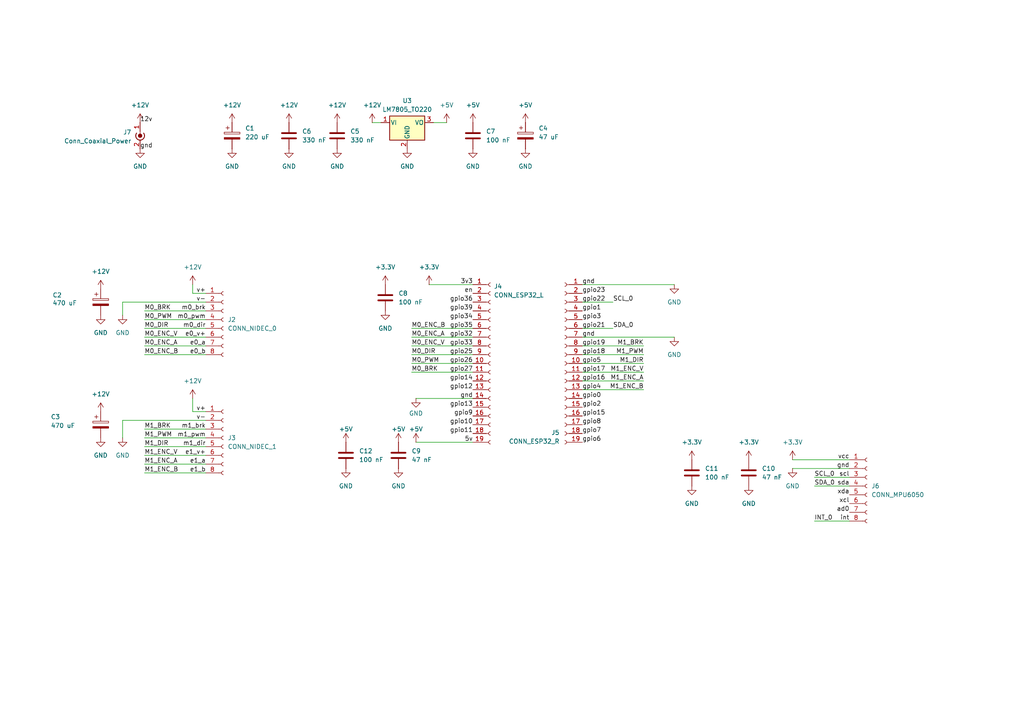
<source format=kicad_sch>
(kicad_sch (version 20250114) (generator "eeschema") (generator_version "9.0")
  (paper "A4")
  (lib_symbols
    (symbol "Connector:Conn_01x08_Socket" (pin_names (offset 1.016) (hide yes))
      (property "Reference" "J" (at 0 10.16 0))
      (property "Value" "Conn_01x08_Socket" (at 0 -12.7 0))
      (symbol "Conn_01x08_Socket_1_1"
        (polyline (pts (xy -1.27 7.62) (xy -0.508 7.62)) (stroke (width 0.1524)))
        (polyline (pts (xy -1.27 5.08) (xy -0.508 5.08)) (stroke (width 0.1524)))
        (polyline (pts (xy -1.27 2.54) (xy -0.508 2.54)) (stroke (width 0.1524)))
        (polyline (pts (xy -1.27 0) (xy -0.508 0)) (stroke (width 0.1524)))
        (polyline (pts (xy -1.27 -2.54) (xy -0.508 -2.54)) (stroke (width 0.1524)))
        (polyline (pts (xy -1.27 -5.08) (xy -0.508 -5.08)) (stroke (width 0.1524)))
        (polyline (pts (xy -1.27 -7.62) (xy -0.508 -7.62)) (stroke (width 0.1524)))
        (polyline (pts (xy -1.27 -10.16) (xy -0.508 -10.16)) (stroke (width 0.1524)))
        (arc (start 0 7.112) (mid -0.5058 7.62) (end 0 8.128) (stroke (width 0.1524)))
        (arc (start 0 4.572) (mid -0.5058 5.08) (end 0 5.588) (stroke (width 0.1524)))
        (arc (start 0 2.032) (mid -0.5058 2.54) (end 0 3.048) (stroke (width 0.1524)))
        (arc (start 0 -0.508) (mid -0.5058 0) (end 0 0.508) (stroke (width 0.1524)))
        (arc (start 0 -3.048) (mid -0.5058 -2.54) (end 0 -2.032) (stroke (width 0.1524)))
        (arc (start 0 -5.588) (mid -0.5058 -5.08) (end 0 -4.572) (stroke (width 0.1524)))
        (arc (start 0 -8.128) (mid -0.5058 -7.62) (end 0 -7.112) (stroke (width 0.1524)))
        (arc (start 0 -10.668) (mid -0.5058 -10.16) (end 0 -9.652) (stroke (width 0.1524)))
        (pin passive line (at -5.08 7.62 0) (length 3.81) (name "Pin_1") (number "1"))
        (pin passive line (at -5.08 5.08 0) (length 3.81) (name "Pin_2") (number "2"))
        (pin passive line (at -5.08 2.54 0) (length 3.81) (name "Pin_3") (number "3"))
        (pin passive line (at -5.08 0 0) (length 3.81) (name "Pin_4") (number "4"))
        (pin passive line (at -5.08 -2.54 0) (length 3.81) (name "Pin_5") (number "5"))
        (pin passive line (at -5.08 -5.08 0) (length 3.81) (name "Pin_6") (number "6"))
        (pin passive line (at -5.08 -7.62 0) (length 3.81) (name "Pin_7") (number "7"))
        (pin passive line (at -5.08 -10.16 0) (length 3.81) (name "Pin_8") (number "8"))
      )
    )
    (symbol "Connector:Conn_01x19_Socket" (pin_names (offset 1.016) (hide yes))
      (property "Reference" "J" (at 0 25.4 0))
      (property "Value" "Conn_01x19_Socket" (at 0 -25.4 0))
      (symbol "Conn_01x19_Socket_1_1"
        (polyline (pts (xy -1.27 22.86) (xy -0.508 22.86)) (stroke (width 0.1524)))
        (polyline (pts (xy -1.27 20.32) (xy -0.508 20.32)) (stroke (width 0.1524)))
        (polyline (pts (xy -1.27 17.78) (xy -0.508 17.78)) (stroke (width 0.1524)))
        (polyline (pts (xy -1.27 15.24) (xy -0.508 15.24)) (stroke (width 0.1524)))
        (polyline (pts (xy -1.27 12.7) (xy -0.508 12.7)) (stroke (width 0.1524)))
        (polyline (pts (xy -1.27 10.16) (xy -0.508 10.16)) (stroke (width 0.1524)))
        (polyline (pts (xy -1.27 7.62) (xy -0.508 7.62)) (stroke (width 0.1524)))
        (polyline (pts (xy -1.27 5.08) (xy -0.508 5.08)) (stroke (width 0.1524)))
        (polyline (pts (xy -1.27 2.54) (xy -0.508 2.54)) (stroke (width 0.1524)))
        (polyline (pts (xy -1.27 0) (xy -0.508 0)) (stroke (width 0.1524)))
        (polyline (pts (xy -1.27 -2.54) (xy -0.508 -2.54)) (stroke (width 0.1524)))
        (polyline (pts (xy -1.27 -5.08) (xy -0.508 -5.08)) (stroke (width 0.1524)))
        (polyline (pts (xy -1.27 -7.62) (xy -0.508 -7.62)) (stroke (width 0.1524)))
        (polyline (pts (xy -1.27 -10.16) (xy -0.508 -10.16)) (stroke (width 0.1524)))
        (polyline (pts (xy -1.27 -12.7) (xy -0.508 -12.7)) (stroke (width 0.1524)))
        (polyline (pts (xy -1.27 -15.24) (xy -0.508 -15.24)) (stroke (width 0.1524)))
        (polyline (pts (xy -1.27 -17.78) (xy -0.508 -17.78)) (stroke (width 0.1524)))
        (polyline (pts (xy -1.27 -20.32) (xy -0.508 -20.32)) (stroke (width 0.1524)))
        (polyline (pts (xy -1.27 -22.86) (xy -0.508 -22.86)) (stroke (width 0.1524)))
        (arc (start 0 22.352) (mid -0.5058 22.86) (end 0 23.368) (stroke (width 0.1524)))
        (arc (start 0 19.812) (mid -0.5058 20.32) (end 0 20.828) (stroke (width 0.1524)))
        (arc (start 0 17.272) (mid -0.5058 17.78) (end 0 18.288) (stroke (width 0.1524)))
        (arc (start 0 14.732) (mid -0.5058 15.24) (end 0 15.748) (stroke (width 0.1524)))
        (arc (start 0 12.192) (mid -0.5058 12.7) (end 0 13.208) (stroke (width 0.1524)))
        (arc (start 0 9.652) (mid -0.5058 10.16) (end 0 10.668) (stroke (width 0.1524)))
        (arc (start 0 7.112) (mid -0.5058 7.62) (end 0 8.128) (stroke (width 0.1524)))
        (arc (start 0 4.572) (mid -0.5058 5.08) (end 0 5.588) (stroke (width 0.1524)))
        (arc (start 0 2.032) (mid -0.5058 2.54) (end 0 3.048) (stroke (width 0.1524)))
        (arc (start 0 -0.508) (mid -0.5058 0) (end 0 0.508) (stroke (width 0.1524)))
        (arc (start 0 -3.048) (mid -0.5058 -2.54) (end 0 -2.032) (stroke (width 0.1524)))
        (arc (start 0 -5.588) (mid -0.5058 -5.08) (end 0 -4.572) (stroke (width 0.1524)))
        (arc (start 0 -8.128) (mid -0.5058 -7.62) (end 0 -7.112) (stroke (width 0.1524)))
        (arc (start 0 -10.668) (mid -0.5058 -10.16) (end 0 -9.652) (stroke (width 0.1524)))
        (arc (start 0 -13.208) (mid -0.5058 -12.7) (end 0 -12.192) (stroke (width 0.1524)))
        (arc (start 0 -15.748) (mid -0.5058 -15.24) (end 0 -14.732) (stroke (width 0.1524)))
        (arc (start 0 -18.288) (mid -0.5058 -17.78) (end 0 -17.272) (stroke (width 0.1524)))
        (arc (start 0 -20.828) (mid -0.5058 -20.32) (end 0 -19.812) (stroke (width 0.1524)))
        (arc (start 0 -23.368) (mid -0.5058 -22.86) (end 0 -22.352) (stroke (width 0.1524)))
        (pin passive line (at -5.08 22.86 0) (length 3.81) (name "Pin_1") (number "1"))
        (pin passive line (at -5.08 20.32 0) (length 3.81) (name "Pin_2") (number "2"))
        (pin passive line (at -5.08 17.78 0) (length 3.81) (name "Pin_3") (number "3"))
        (pin passive line (at -5.08 15.24 0) (length 3.81) (name "Pin_4") (number "4"))
        (pin passive line (at -5.08 12.7 0) (length 3.81) (name "Pin_5") (number "5"))
        (pin passive line (at -5.08 10.16 0) (length 3.81) (name "Pin_6") (number "6"))
        (pin passive line (at -5.08 7.62 0) (length 3.81) (name "Pin_7") (number "7"))
        (pin passive line (at -5.08 5.08 0) (length 3.81) (name "Pin_8") (number "8"))
        (pin passive line (at -5.08 2.54 0) (length 3.81) (name "Pin_9") (number "9"))
        (pin passive line (at -5.08 0 0) (length 3.81) (name "Pin_10") (number "10"))
        (pin passive line (at -5.08 -2.54 0) (length 3.81) (name "Pin_11") (number "11"))
        (pin passive line (at -5.08 -5.08 0) (length 3.81) (name "Pin_12") (number "12"))
        (pin passive line (at -5.08 -7.62 0) (length 3.81) (name "Pin_13") (number "13"))
        (pin passive line (at -5.08 -10.16 0) (length 3.81) (name "Pin_14") (number "14"))
        (pin passive line (at -5.08 -12.7 0) (length 3.81) (name "Pin_15") (number "15"))
        (pin passive line (at -5.08 -15.24 0) (length 3.81) (name "Pin_16") (number "16"))
        (pin passive line (at -5.08 -17.78 0) (length 3.81) (name "Pin_17") (number "17"))
        (pin passive line (at -5.08 -20.32 0) (length 3.81) (name "Pin_18") (number "18"))
        (pin passive line (at -5.08 -22.86 0) (length 3.81) (name "Pin_19") (number "19"))
      )
    )
    (symbol "Connector:Conn_Coaxial_Power" (pin_names (offset 1.016) (hide yes))
      (property "Reference" "J" (at -5.08 -1.27 90))
      (property "Value" "Conn_Coaxial_Power" (at -3.175 -1.27 90))
      (symbol "Conn_Coaxial_Power_0_1"
        (arc (start 1.016 -0.508) (mid 1.2048 -0.8684) (end 1.27 -1.27) (stroke (width 0.254)))
        (polyline (pts (xy 0 0) (xy 0 -1.27)))
        (arc (start 1.27 -1.27) (mid 0 -2.5345) (end -1.27 -1.27) (stroke (width 0.254)))
        (arc (start -1.27 -1.27) (mid -1.2048 -0.8684) (end -1.016 -0.508) (stroke (width 0.254)))
        (circle (center 0 -1.27) (radius 0.508) (stroke (width 0.2032)) (fill (type outline)))
        (polyline (pts (xy 0 -2.54) (xy 0 -3.048)))
      )
      (symbol "Conn_Coaxial_Power_1_1"
        (pin passive line (at 0 2.54 270) (length 2.54) (name "In") (number "1"))
        (pin passive line (at 0 -5.08 90) (length 2.54) (name "Ext") (number "2"))
      )
    )
    (symbol "Device:C" (pin_numbers (hide yes)) (pin_names (offset 0.254))
      (property "Reference" "C" (at 0.635 2.54 0))
      (property "Value" "C" (at 0.635 -2.54 0))
      (symbol "C_0_1"
        (polyline (pts (xy -2.032 0.762) (xy 2.032 0.762)) (stroke (width 0.508)))
        (polyline (pts (xy -2.032 -0.762) (xy 2.032 -0.762)) (stroke (width 0.508)))
      )
      (symbol "C_1_1"
        (pin passive line (at 0 3.81 270) (length 2.794) (name "~") (number "1"))
        (pin passive line (at 0 -3.81 90) (length 2.794) (name "~") (number "2"))
      )
    )
    (symbol "Device:C_Polarized" (pin_numbers (hide yes)) (pin_names (offset 0.254))
      (property "Reference" "C" (at 0.635 2.54 0))
      (property "Value" "C_Polarized" (at 0.635 -2.54 0))
      (symbol "C_Polarized_0_1"
        (rectangle (start -2.286 0.508) (end 2.286 1.016))
        (polyline (pts (xy -1.778 2.286) (xy -0.762 2.286)))
        (polyline (pts (xy -1.27 2.794) (xy -1.27 1.778)))
        (rectangle (start 2.286 -0.508) (end -2.286 -1.016) (fill (type outline)))
      )
      (symbol "C_Polarized_1_1"
        (pin passive line (at 0 3.81 270) (length 2.794) (name "~") (number "1"))
        (pin passive line (at 0 -3.81 90) (length 2.794) (name "~") (number "2"))
      )
    )
    (symbol "Regulator_Linear:LM7805_TO220" (pin_names (offset 0.254))
      (property "Reference" "U" (at -3.81 3.175 0))
      (property "Value" "LM7805_TO220" (at 0 3.175 0))
      (symbol "LM7805_TO220_0_1"
        (rectangle (start -5.08 1.905) (end 5.08 -5.08) (stroke (width 0.254)) (fill (type background)))
      )
      (symbol "LM7805_TO220_1_1"
        (pin power_in line (at -7.62 0 0) (length 2.54) (name "VI") (number "1"))
        (pin power_in line (at 0 -7.62 90) (length 2.54) (name "GND") (number "2"))
        (pin power_out line (at 7.62 0 180) (length 2.54) (name "VO") (number "3"))
      )
    )
    (symbol "power:+12V" (power) (pin_numbers (hide yes)) (pin_names (offset 0) (hide yes))
      (property "Value" "+12V" (at 0 3.556 0))
      (symbol "+12V_0_1"
        (polyline (pts (xy -0.762 1.27) (xy 0 2.54)))
        (polyline (pts (xy 0 2.54) (xy 0.762 1.27)))
        (polyline (pts (xy 0 0) (xy 0 2.54)))
      )
      (symbol "+12V_1_1"
        (pin power_in line (at 0 0 90) (length 0) (name "~") (number "1"))
      )
    )
    (symbol "power:+3.3V" (power) (pin_numbers (hide yes)) (pin_names (offset 0) (hide yes))
      (property "Value" "+3.3V" (at 0 3.556 0))
      (symbol "+3.3V_0_1"
        (polyline (pts (xy -0.762 1.27) (xy 0 2.54)))
        (polyline (pts (xy 0 2.54) (xy 0.762 1.27)))
        (polyline (pts (xy 0 0) (xy 0 2.54)))
      )
      (symbol "+3.3V_1_1"
        (pin power_in line (at 0 0 90) (length 0) (name "~") (number "1"))
      )
    )
    (symbol "power:+5V" (power) (pin_numbers (hide yes)) (pin_names (offset 0) (hide yes))
      (property "Value" "+5V" (at 0 3.556 0))
      (symbol "+5V_0_1"
        (polyline (pts (xy -0.762 1.27) (xy 0 2.54)))
        (polyline (pts (xy 0 2.54) (xy 0.762 1.27)))
        (polyline (pts (xy 0 0) (xy 0 2.54)))
      )
      (symbol "+5V_1_1"
        (pin power_in line (at 0 0 90) (length 0) (name "~") (number "1"))
      )
    )
    (symbol "power:GND" (power) (pin_numbers (hide yes)) (pin_names (offset 0) (hide yes))
      (property "Value" "GND" (at 0 -3.81 0))
      (symbol "GND_0_1"
        (polyline (pts (xy 0 0) (xy 0 -1.27) (xy 1.27 -1.27) (xy 0 -2.54) (xy -1.27 -1.27) (xy 0 -1.27)))
      )
      (symbol "GND_1_1"
        (pin power_in line (at 0 0 270) (length 0) (name "~") (number "1"))
      )
    )
  )
  (wire (pts (xy 41.91 102.87) (xy 59.69 102.87)))
  (wire (pts (xy 236.22 140.97) (xy 246.38 140.97)))
  (wire (pts (xy 41.91 97.79) (xy 59.69 97.79)))
  (wire (pts (xy 186.69 113.03) (xy 168.91 113.03)))
  (wire (pts (xy 120.65 115.57) (xy 137.16 115.57)))
  (wire (pts (xy 168.91 97.79) (xy 195.58 97.79)))
  (wire (pts (xy 119.38 107.95) (xy 137.16 107.95)))
  (wire (pts (xy 119.38 102.87) (xy 137.16 102.87)))
  (wire (pts (xy 41.91 95.25) (xy 59.69 95.25)))
  (wire (pts (xy 124.46 82.55) (xy 137.16 82.55)))
  (wire (pts (xy 120.65 128.27) (xy 137.16 128.27)))
  (wire (pts (xy 35.56 121.92) (xy 59.69 121.92)))
  (wire (pts (xy 41.91 100.33) (xy 59.69 100.33)))
  (wire (pts (xy 41.91 134.62) (xy 59.69 134.62)))
  (wire (pts (xy 55.88 82.55) (xy 55.88 85.09)))
  (wire (pts (xy 55.88 85.09) (xy 59.69 85.09)))
  (wire (pts (xy 119.38 105.41) (xy 137.16 105.41)))
  (wire (pts (xy 186.69 100.33) (xy 168.91 100.33)))
  (wire (pts (xy 41.91 132.08) (xy 59.69 132.08)))
  (wire (pts (xy 168.91 87.63) (xy 177.8 87.63)))
  (wire (pts (xy 168.91 95.25) (xy 177.8 95.25)))
  (wire (pts (xy 41.91 127) (xy 59.69 127)))
  (wire (pts (xy 55.88 119.38) (xy 59.69 119.38)))
  (wire (pts (xy 41.91 124.46) (xy 59.69 124.46)))
  (wire (pts (xy 186.69 105.41) (xy 168.91 105.41)))
  (wire (pts (xy 186.69 102.87) (xy 168.91 102.87)))
  (wire (pts (xy 41.91 90.17) (xy 59.69 90.17)))
  (wire (pts (xy 168.91 82.55) (xy 195.58 82.55)))
  (wire (pts (xy 186.69 107.95) (xy 168.91 107.95)))
  (wire (pts (xy 186.69 110.49) (xy 168.91 110.49)))
  (wire (pts (xy 55.88 115.57) (xy 55.88 119.38)))
  (wire (pts (xy 119.38 100.33) (xy 137.16 100.33)))
  (wire (pts (xy 107.95 35.56) (xy 110.49 35.56)))
  (wire (pts (xy 35.56 87.63) (xy 59.69 87.63)))
  (wire (pts (xy 119.38 95.25) (xy 137.16 95.25)))
  (wire (pts (xy 119.38 97.79) (xy 137.16 97.79)))
  (wire (pts (xy 35.56 127) (xy 35.56 121.92)))
  (wire (pts (xy 229.87 135.89) (xy 246.38 135.89)))
  (wire (pts (xy 41.91 129.54) (xy 59.69 129.54)))
  (wire (pts (xy 41.91 137.16) (xy 59.69 137.16)))
  (wire (pts (xy 236.22 138.43) (xy 246.38 138.43)))
  (wire (pts (xy 41.91 92.71) (xy 59.69 92.71)))
  (wire (pts (xy 236.22 151.13) (xy 246.38 151.13)))
  (wire (pts (xy 229.87 133.35) (xy 246.38 133.35)))
  (wire (pts (xy 125.73 35.56) (xy 129.54 35.56)))
  (wire (pts (xy 35.56 91.44) (xy 35.56 87.63)))
  (label "gpio13" (at 137.16 118.11 180))
  (label "gpio36" (at 137.16 87.63 180))
  (label "SCL_0" (at 236.22 138.43 0))
  (label "m0_pwm" (at 59.69 92.71 180))
  (label "m1_dir" (at 59.69 129.54 180))
  (label "gnd" (at 168.91 97.79 0))
  (label "gpio33" (at 137.16 100.33 180))
  (label "3v3" (at 137.16 82.55 180))
  (label "gpio22" (at 168.91 87.63 0))
  (label "M0_PWM" (at 119.38 105.41 0))
  (label "gnd" (at 246.38 135.89 180))
  (label "M0_ENC_V" (at 41.91 97.79 0))
  (label "M0_ENC_V" (at 119.38 100.33 0))
  (label "e0_v+" (at 59.69 97.79 180))
  (label "M1_ENC_V" (at 186.69 107.95 180))
  (label "xda" (at 246.38 143.51 180))
  (label "gpio12" (at 137.16 113.03 180))
  (label "gnd" (at 168.91 82.55 0))
  (label "gpio32" (at 137.16 97.79 180))
  (label "gpio14" (at 137.16 110.49 180))
  (label "M1_ENC_B" (at 41.91 137.16 0))
  (label "gpio17" (at 168.91 107.95 0))
  (label "SDA_0" (at 177.8 95.25 0))
  (label "5v" (at 137.16 128.27 180))
  (label "M0_BRK" (at 41.91 90.17 0))
  (label "INT_0" (at 236.22 151.13 0))
  (label "e1_v+" (at 59.69 132.08 180))
  (label "M0_ENC_A" (at 41.91 100.33 0))
  (label "v-" (at 59.69 87.63 180))
  (label "M1_PWM" (at 41.91 127 0))
  (label "gnd" (at 137.16 115.57 180))
  (label "gpio1" (at 168.91 90.17 0))
  (label "scl" (at 246.38 138.43 180))
  (label "gpio5" (at 168.91 105.41 0))
  (label "gpio8" (at 168.91 123.19 0))
  (label "gpio39" (at 137.16 90.17 180))
  (label "e1_b" (at 59.69 137.16 180))
  (label "M0_DIR" (at 41.91 95.25 0))
  (label "gnd" (at 40.64 43.18 0))
  (label "ad0" (at 246.38 148.59 180))
  (label "M0_ENC_A" (at 119.38 97.79 0))
  (label "m0_brk" (at 59.69 90.17 180))
  (label "M0_ENC_B" (at 41.91 102.87 0))
  (label "e0_a" (at 59.69 100.33 180))
  (label "M1_ENC_A" (at 41.91 134.62 0))
  (label "gpio3" (at 168.91 92.71 0))
  (label "gpio35" (at 137.16 95.25 180))
  (label "e1_a" (at 59.69 134.62 180))
  (label "M0_ENC_B" (at 119.38 95.25 0))
  (label "gpio23" (at 168.91 85.09 0))
  (label "en" (at 137.16 85.09 180))
  (label "gpio4" (at 168.91 113.03 0))
  (label "M0_BRK" (at 119.38 107.95 0))
  (label "SCL_0" (at 177.8 87.63 0))
  (label "gpio34" (at 137.16 92.71 180))
  (label "M1_ENC_B" (at 186.69 113.03 180))
  (label "v+" (at 59.69 85.09 180))
  (label "gpio7" (at 168.91 125.73 0))
  (label "gpio11" (at 137.16 125.73 180))
  (label "M1_PWM" (at 186.69 102.87 180))
  (label "m1_pwm" (at 59.69 127 180))
  (label "gpio25" (at 137.16 102.87 180))
  (label "M1_BRK" (at 186.69 100.33 180))
  (label "xcl" (at 246.38 146.05 180))
  (label "gpio21" (at 168.91 95.25 0))
  (label "gpio16" (at 168.91 110.49 0))
  (label "v-" (at 59.69 121.92 180))
  (label "gpio0" (at 168.91 115.57 0))
  (label "gpio19" (at 168.91 100.33 0))
  (label "M1_ENC_V" (at 41.91 132.08 0))
  (label "gpio6" (at 168.91 128.27 0))
  (label "gpio26" (at 137.16 105.41 180))
  (label "v+" (at 59.69 119.38 180))
  (label "M1_DIR" (at 186.69 105.41 180))
  (label "gpio18" (at 168.91 102.87 0))
  (label "int" (at 246.38 151.13 180))
  (label "m1_brk" (at 59.69 124.46 180))
  (label "M0_DIR" (at 119.38 102.87 0))
  (label "sda" (at 246.38 140.97 180))
  (label "SDA_0" (at 236.22 140.97 0))
  (label "M1_ENC_A" (at 186.69 110.49 180))
  (label "gpio27" (at 137.16 107.95 180))
  (label "12v" (at 40.64 35.56 0))
  (label "vcc" (at 246.38 133.35 180))
  (label "M0_PWM" (at 41.91 92.71 0))
  (label "e0_b" (at 59.69 102.87 180))
  (label "M1_BRK" (at 41.91 124.46 0))
  (label "m0_dir" (at 59.69 95.25 180))
  (label "gpio2" (at 168.91 118.11 0))
  (label "gpio15" (at 168.91 120.65 0))
  (label "M1_DIR" (at 41.91 129.54 0))
  (label "gpio9" (at 137.16 120.65 180))
  (label "gpio10" (at 137.16 123.19 180))
  (symbol (lib_id "Device:C") (at 115.57 132.08 0) (unit 1)
    (property "Reference" "C9" (at 119.38 130.8099 0) (effects (justify left)))
    (property "Value" "47 nF" (at 119.38 133.3499 0) (effects (justify left)))
    (property "Footprint" "Capacitor_THT:C_Disc_D3.0mm_W2.0mm_P2.50mm" (effects (hide yes)))
    (property "Description" "Unpolarized capacitor" (effects (hide yes)))
  )
  (symbol (lib_id "Device:C") (at 137.16 39.37 0) (unit 1)
    (property "Reference" "C7" (at 140.97 38.0999 0) (effects (justify left)))
    (property "Value" "100 nF" (at 140.97 40.6399 0) (effects (justify left)))
    (property "Footprint" "Capacitor_THT:C_Disc_D3.0mm_W2.0mm_P2.50mm" (effects (hide yes)))
    (property "Description" "Unpolarized capacitor" (effects (hide yes)))
  )
  (symbol (lib_id "Device:C") (at 217.17 137.16 0) (unit 1)
    (property "Reference" "C10" (at 220.98 135.8899 0) (effects (justify left)))
    (property "Value" "47 nF" (at 220.98 138.4299 0) (effects (justify left)))
    (property "Footprint" "Capacitor_THT:C_Disc_D3.0mm_W2.0mm_P2.50mm" (effects (hide yes)))
    (property "Description" "Unpolarized capacitor" (effects (hide yes)))
  )
  (symbol (lib_id "Connector:Conn_01x19_Socket") (at 142.24 105.41 0) (unit 1)
    (property "Reference" "J4" (at 143.256 83.058 0) (effects (justify left)))
    (property "Value" "CONN_ESP32_L" (at 143.256 85.598 0) (effects (justify left)))
    (property "Footprint" "Connector_PinSocket_2.54mm:PinSocket_1x19_P2.54mm_Vertical" (effects (hide yes)))
    (property "Description" "Generic connector, single row, 01x19, script generated" (effects (hide yes)))
  )
  (symbol (lib_id "power:+3.3V") (at 229.87 133.35 0) (unit 1)
    (property "Reference" "#PWR034" (effects (hide yes)))
    (property "Value" "+3.3V" (at 229.87 128.27 0))
    (property "Description" "Power symbol creates a global label with name \"+3.3V\"" (effects (hide yes)))
  )
  (symbol (lib_id "power:GND") (at 195.58 82.55 0) (unit 1)
    (property "Reference" "#PWR038" (effects (hide yes)))
    (property "Value" "GND" (at 195.58 87.63 0))
    (property "Description" "Power symbol creates a global label with name \"GND\" , ground" (effects (hide yes)))
  )
  (symbol (lib_id "power:GND") (at 152.4 43.18 0) (unit 1)
    (property "Reference" "#PWR06" (effects (hide yes)))
    (property "Value" "GND" (at 152.4 48.26 0))
    (property "Description" "Power symbol creates a global label with name \"GND\" , ground" (effects (hide yes)))
  )
  (symbol (lib_id "Device:C") (at 97.79 39.37 0) (unit 1)
    (property "Reference" "C5" (at 101.6 38.0999 0) (effects (justify left)))
    (property "Value" "330 nF" (at 101.6 40.6399 0) (effects (justify left)))
    (property "Footprint" "Capacitor_THT:C_Rect_L7.0mm_W2.5mm_P5.00mm" (effects (hide yes)))
    (property "Description" "Unpolarized capacitor" (effects (hide yes)))
  )
  (symbol (lib_id "power:+3.3V") (at 124.46 82.55 0) (unit 1)
    (property "Reference" "#PWR031" (effects (hide yes)))
    (property "Value" "+3.3V" (at 124.46 77.47 0))
    (property "Description" "Power symbol creates a global label with name \"+3.3V\"" (effects (hide yes)))
  )
  (symbol (lib_id "power:+5V") (at 115.57 128.27 0) (unit 1)
    (property "Reference" "#PWR028" (effects (hide yes)))
    (property "Value" "+5V" (at 115.57 124.46 0))
    (property "Description" "Power symbol creates a global label with name \"+5V\"" (effects (hide yes)))
  )
  (symbol (lib_id "power:+12V") (at 83.82 35.56 0) (unit 1)
    (property "Reference" "#PWR019" (effects (hide yes)))
    (property "Value" "+12V" (at 83.82 30.48 0))
    (property "Description" "Power symbol creates a global label with name \"+12V\"" (effects (hide yes)))
  )
  (symbol (lib_id "power:GND") (at 217.17 140.97 0) (unit 1)
    (property "Reference" "#PWR012" (effects (hide yes)))
    (property "Value" "GND" (at 217.17 146.05 0))
    (property "Description" "Power symbol creates a global label with name \"GND\" , ground" (effects (hide yes)))
  )
  (symbol (lib_id "power:GND") (at 40.64 43.18 0) (mirror y) (unit 1)
    (property "Reference" "#PWR023" (effects (hide yes)))
    (property "Value" "GND" (at 40.64 48.26 0))
    (property "Description" "Power symbol creates a global label with name \"GND\" , ground" (effects (hide yes)))
  )
  (symbol (lib_id "power:+5V") (at 100.33 128.27 0) (unit 1)
    (property "Reference" "#PWR027" (effects (hide yes)))
    (property "Value" "+5V" (at 100.33 124.46 0))
    (property "Description" "Power symbol creates a global label with name \"+5V\"" (effects (hide yes)))
  )
  (symbol (lib_id "Device:C_Polarized") (at 29.21 87.63 0) (unit 1)
    (property "Reference" "C2" (at 15.24 85.598 0) (effects (justify left)))
    (property "Value" "470 uF" (at 15.24 87.884 0) (effects (justify left)))
    (property "Footprint" "Capacitor_THT:CP_Radial_D10.0mm_P5.00mm" (effects (hide yes)))
    (property "Description" "Polarized capacitor" (effects (hide yes)))
  )
  (symbol (lib_id "Connector:Conn_Coaxial_Power") (at 40.64 38.1 0) (mirror y) (unit 1)
    (property "Reference" "J7" (at 38.1 38.3539 0) (effects (justify left)))
    (property "Value" "Conn_Coaxial_Power" (at 38.1 40.8939 0) (effects (justify left)))
    (property "Footprint" "Connector_BarrelJack:BarrelJack_Horizontal" (effects (hide yes)))
    (property "Description" "coaxial connector (BNC, SMA, SMB, SMC, Cinch/RCA, LEMO, ...)" (effects (hide yes)))
  )
  (symbol (lib_id "power:GND") (at 200.66 140.97 0) (unit 1)
    (property "Reference" "#PWR011" (effects (hide yes)))
    (property "Value" "GND" (at 200.66 146.05 0))
    (property "Description" "Power symbol creates a global label with name \"GND\" , ground" (effects (hide yes)))
  )
  (symbol (lib_id "power:+12V") (at 55.88 82.55 0) (unit 1)
    (property "Reference" "#PWR014" (effects (hide yes)))
    (property "Value" "+12V" (at 55.88 77.47 0))
    (property "Description" "Power symbol creates a global label with name \"+12V\"" (effects (hide yes)))
  )
  (symbol (lib_id "Connector:Conn_01x08_Socket") (at 64.77 92.71 0) (unit 1)
    (property "Reference" "J2" (at 66.04 92.7099 0) (effects (justify left)))
    (property "Value" "CONN_NIDEC_0" (at 66.04 95.2499 0) (effects (justify left)))
    (property "Footprint" "Connector_JST:JST_EH_S8B-EH_1x08_P2.50mm_Horizontal" (effects (hide yes)))
    (property "Description" "Generic connector, single row, 01x08, script generated" (effects (hide yes)))
  )
  (symbol (lib_id "power:GND") (at 137.16 43.18 0) (unit 1)
    (property "Reference" "#PWR05" (effects (hide yes)))
    (property "Value" "GND" (at 137.16 48.26 0))
    (property "Description" "Power symbol creates a global label with name \"GND\" , ground" (effects (hide yes)))
  )
  (symbol (lib_id "power:+12V") (at 55.88 115.57 0) (unit 1)
    (property "Reference" "#PWR016" (effects (hide yes)))
    (property "Value" "+12V" (at 55.88 110.49 0))
    (property "Description" "Power symbol creates a global label with name \"+12V\"" (effects (hide yes)))
  )
  (symbol (lib_id "power:+3.3V") (at 217.17 133.35 0) (unit 1)
    (property "Reference" "#PWR033" (effects (hide yes)))
    (property "Value" "+3.3V" (at 217.17 128.27 0))
    (property "Description" "Power symbol creates a global label with name \"+3.3V\"" (effects (hide yes)))
  )
  (symbol (lib_id "Device:C") (at 83.82 39.37 0) (unit 1)
    (property "Reference" "C6" (at 87.63 38.0999 0) (effects (justify left)))
    (property "Value" "330 nF" (at 87.63 40.6399 0) (effects (justify left)))
    (property "Footprint" "Capacitor_THT:C_Rect_L7.0mm_W2.5mm_P5.00mm" (effects (hide yes)))
    (property "Description" "Unpolarized capacitor" (effects (hide yes)))
  )
  (symbol (lib_id "power:GND") (at 229.87 135.89 0) (unit 1)
    (property "Reference" "#PWR040" (effects (hide yes)))
    (property "Value" "GND" (at 229.87 140.97 0))
    (property "Description" "Power symbol creates a global label with name \"GND\" , ground" (effects (hide yes)))
  )
  (symbol (lib_id "Device:C") (at 200.66 137.16 0) (unit 1)
    (property "Reference" "C11" (at 204.47 135.8899 0) (effects (justify left)))
    (property "Value" "100 nF" (at 204.47 138.4299 0) (effects (justify left)))
    (property "Footprint" "Capacitor_THT:C_Disc_D3.0mm_W2.0mm_P2.50mm" (effects (hide yes)))
    (property "Description" "Unpolarized capacitor" (effects (hide yes)))
  )
  (symbol (lib_id "power:+3.3V") (at 111.76 82.55 0) (unit 1)
    (property "Reference" "#PWR030" (effects (hide yes)))
    (property "Value" "+3.3V" (at 111.76 77.47 0))
    (property "Description" "Power symbol creates a global label with name \"+3.3V\"" (effects (hide yes)))
  )
  (symbol (lib_id "power:+12V") (at 29.21 83.82 0) (unit 1)
    (property "Reference" "#PWR013" (effects (hide yes)))
    (property "Value" "+12V" (at 29.21 78.74 0))
    (property "Description" "Power symbol creates a global label with name \"+12V\"" (effects (hide yes)))
  )
  (symbol (lib_id "power:+5V") (at 129.54 35.56 0) (unit 1)
    (property "Reference" "#PWR024" (effects (hide yes)))
    (property "Value" "+5V" (at 129.54 30.48 0))
    (property "Description" "Power symbol creates a global label with name \"+5V\"" (effects (hide yes)))
  )
  (symbol (lib_id "Regulator_Linear:LM7805_TO220") (at 118.11 35.56 0) (unit 1)
    (property "Reference" "U3" (at 118.11 29.21 0))
    (property "Value" "LM7805_TO220" (at 118.11 31.75 0))
    (property "Footprint" "Package_TO_SOT_THT:TO-220-3_Vertical" (effects (hide yes)))
    (property "Datasheet" "https://www.onsemi.cn/PowerSolutions/document/MC7800-D.PDF" (effects (hide yes)))
    (property "Description" "Positive 1A 35V Linear Regulator, Fixed Output 5V, TO-220" (effects (hide yes)))
  )
  (symbol (lib_id "Device:C_Polarized") (at 152.4 39.37 0) (unit 1)
    (property "Reference" "C4" (at 156.21 37.2109 0) (effects (justify left)))
    (property "Value" "47 uF" (at 156.21 39.7509 0) (effects (justify left)))
    (property "Footprint" "Capacitor_THT:CP_Radial_D6.3mm_P2.50mm" (effects (hide yes)))
    (property "Description" "Polarized capacitor" (effects (hide yes)))
  )
  (symbol (lib_id "power:+12V") (at 29.21 119.38 0) (unit 1)
    (property "Reference" "#PWR015" (effects (hide yes)))
    (property "Value" "+12V" (at 29.21 114.3 0))
    (property "Description" "Power symbol creates a global label with name \"+12V\"" (effects (hide yes)))
  )
  (symbol (lib_id "power:GND") (at 115.57 135.89 0) (unit 1)
    (property "Reference" "#PWR010" (effects (hide yes)))
    (property "Value" "GND" (at 115.57 140.97 0))
    (property "Description" "Power symbol creates a global label with name \"GND\" , ground" (effects (hide yes)))
  )
  (symbol (lib_id "power:GND") (at 29.21 91.44 0) (unit 1)
    (property "Reference" "#PWR01" (effects (hide yes)))
    (property "Value" "GND" (at 29.21 96.52 0))
    (property "Description" "Power symbol creates a global label with name \"GND\" , ground" (effects (hide yes)))
  )
  (symbol (lib_id "power:GND") (at 35.56 127 0) (unit 1)
    (property "Reference" "#PWR036" (effects (hide yes)))
    (property "Value" "GND" (at 35.56 132.08 0))
    (property "Description" "Power symbol creates a global label with name \"GND\" , ground" (effects (hide yes)))
  )
  (symbol (lib_id "Connector:Conn_01x08_Socket") (at 64.77 127 0) (unit 1)
    (property "Reference" "J3" (at 66.04 126.9999 0) (effects (justify left)))
    (property "Value" "CONN_NIDEC_1" (at 66.04 129.5399 0) (effects (justify left)))
    (property "Footprint" "Connector_JST:JST_EH_S8B-EH_1x08_P2.50mm_Horizontal" (effects (hide yes)))
    (property "Description" "Generic connector, single row, 01x08, script generated" (effects (hide yes)))
  )
  (symbol (lib_id "power:GND") (at 195.58 97.79 0) (unit 1)
    (property "Reference" "#PWR039" (effects (hide yes)))
    (property "Value" "GND" (at 195.58 102.87 0))
    (property "Description" "Power symbol creates a global label with name \"GND\" , ground" (effects (hide yes)))
  )
  (symbol (lib_id "Device:C_Polarized") (at 29.21 123.19 0) (unit 1)
    (property "Reference" "C3" (at 14.732 120.904 0) (effects (justify left)))
    (property "Value" "470 uF" (at 14.732 123.444 0) (effects (justify left)))
    (property "Footprint" "Capacitor_THT:CP_Radial_D10.0mm_P5.00mm" (effects (hide yes)))
    (property "Description" "Polarized capacitor" (effects (hide yes)))
  )
  (symbol (lib_id "power:GND") (at 35.56 91.44 0) (unit 1)
    (property "Reference" "#PWR035" (effects (hide yes)))
    (property "Value" "GND" (at 35.56 96.52 0))
    (property "Description" "Power symbol creates a global label with name \"GND\" , ground" (effects (hide yes)))
  )
  (symbol (lib_id "power:GND") (at 118.11 43.18 0) (unit 1)
    (property "Reference" "#PWR07" (effects (hide yes)))
    (property "Value" "GND" (at 118.11 48.26 0))
    (property "Description" "Power symbol creates a global label with name \"GND\" , ground" (effects (hide yes)))
  )
  (symbol (lib_id "power:GND") (at 67.31 43.18 0) (unit 1)
    (property "Reference" "#PWR04" (effects (hide yes)))
    (property "Value" "GND" (at 67.31 48.26 0))
    (property "Description" "Power symbol creates a global label with name \"GND\" , ground" (effects (hide yes)))
  )
  (symbol (lib_id "power:+12V") (at 40.64 35.56 0) (mirror y) (unit 1)
    (property "Reference" "#PWR017" (effects (hide yes)))
    (property "Value" "+12V" (at 40.64 30.48 0))
    (property "Description" "Power symbol creates a global label with name \"+12V\"" (effects (hide yes)))
  )
  (symbol (lib_id "power:+12V") (at 67.31 35.56 0) (unit 1)
    (property "Reference" "#PWR018" (effects (hide yes)))
    (property "Value" "+12V" (at 67.31 30.48 0))
    (property "Description" "Power symbol creates a global label with name \"+12V\"" (effects (hide yes)))
  )
  (symbol (lib_id "power:GND") (at 29.21 127 0) (unit 1)
    (property "Reference" "#PWR08" (effects (hide yes)))
    (property "Value" "GND" (at 29.21 132.08 0))
    (property "Description" "Power symbol creates a global label with name \"GND\" , ground" (effects (hide yes)))
  )
  (symbol (lib_id "power:+12V") (at 97.79 35.56 0) (unit 1)
    (property "Reference" "#PWR020" (effects (hide yes)))
    (property "Value" "+12V" (at 97.79 30.48 0))
    (property "Description" "Power symbol creates a global label with name \"+12V\"" (effects (hide yes)))
  )
  (symbol (lib_id "power:+3.3V") (at 200.66 133.35 0) (unit 1)
    (property "Reference" "#PWR032" (effects (hide yes)))
    (property "Value" "+3.3V" (at 200.66 128.27 0))
    (property "Description" "Power symbol creates a global label with name \"+3.3V\"" (effects (hide yes)))
  )
  (symbol (lib_id "power:GND") (at 83.82 43.18 0) (unit 1)
    (property "Reference" "#PWR02" (effects (hide yes)))
    (property "Value" "GND" (at 83.82 48.26 0))
    (property "Description" "Power symbol creates a global label with name \"GND\" , ground" (effects (hide yes)))
  )
  (symbol (lib_id "power:+5V") (at 152.4 35.56 0) (unit 1)
    (property "Reference" "#PWR026" (effects (hide yes)))
    (property "Value" "+5V" (at 152.4 30.48 0))
    (property "Description" "Power symbol creates a global label with name \"+5V\"" (effects (hide yes)))
  )
  (symbol (lib_id "power:+12V") (at 107.95 35.56 0) (unit 1)
    (property "Reference" "#PWR021" (effects (hide yes)))
    (property "Value" "+12V" (at 107.95 30.48 0))
    (property "Description" "Power symbol creates a global label with name \"+12V\"" (effects (hide yes)))
  )
  (symbol (lib_id "power:GND") (at 111.76 90.17 0) (unit 1)
    (property "Reference" "#PWR09" (effects (hide yes)))
    (property "Value" "GND" (at 111.76 95.25 0))
    (property "Description" "Power symbol creates a global label with name \"GND\" , ground" (effects (hide yes)))
  )
  (symbol (lib_id "power:GND") (at 97.79 43.18 0) (unit 1)
    (property "Reference" "#PWR03" (effects (hide yes)))
    (property "Value" "GND" (at 97.79 48.26 0))
    (property "Description" "Power symbol creates a global label with name \"GND\" , ground" (effects (hide yes)))
  )
  (symbol (lib_id "power:GND") (at 120.65 115.57 0) (unit 1)
    (property "Reference" "#PWR037" (effects (hide yes)))
    (property "Value" "GND" (at 120.65 119.888 0))
    (property "Description" "Power symbol creates a global label with name \"GND\" , ground" (effects (hide yes)))
  )
  (symbol (lib_id "power:+5V") (at 137.16 35.56 0) (unit 1)
    (property "Reference" "#PWR025" (effects (hide yes)))
    (property "Value" "+5V" (at 137.16 30.48 0))
    (property "Description" "Power symbol creates a global label with name \"+5V\"" (effects (hide yes)))
  )
  (symbol (lib_id "power:+5V") (at 120.65 128.27 0) (unit 1)
    (property "Reference" "#PWR029" (effects (hide yes)))
    (property "Value" "+5V" (at 120.65 124.46 0))
    (property "Description" "Power symbol creates a global label with name \"+5V\"" (effects (hide yes)))
  )
  (symbol (lib_id "Connector:Conn_01x19_Socket") (at 163.83 105.41 0) (mirror y) (unit 1)
    (property "Reference" "J5" (at 162.306 125.476 0) (effects (justify left)))
    (property "Value" "CONN_ESP32_R" (at 162.306 128.016 0) (effects (justify left)))
    (property "Footprint" "Connector_PinSocket_2.54mm:PinSocket_1x19_P2.54mm_Vertical" (effects (hide yes)))
    (property "Description" "Generic connector, single row, 01x19, script generated" (effects (hide yes)))
  )
  (symbol (lib_id "power:GND") (at 100.33 135.89 0) (unit 1)
    (property "Reference" "#PWR022" (effects (hide yes)))
    (property "Value" "GND" (at 100.33 140.97 0))
    (property "Description" "Power symbol creates a global label with name \"GND\" , ground" (effects (hide yes)))
  )
  (symbol (lib_id "Device:C") (at 111.76 86.36 0) (unit 1)
    (property "Reference" "C8" (at 115.57 85.0899 0) (effects (justify left)))
    (property "Value" "100 nF" (at 115.57 87.6299 0) (effects (justify left)))
    (property "Footprint" "Capacitor_THT:C_Disc_D3.0mm_W2.0mm_P2.50mm" (effects (hide yes)))
    (property "Description" "Unpolarized capacitor" (effects (hide yes)))
  )
  (symbol (lib_id "Connector:Conn_01x08_Socket") (at 251.46 140.97 0) (unit 1)
    (property "Reference" "J6" (at 252.73 140.9699 0) (effects (justify left)))
    (property "Value" "CONN_MPU6050" (at 252.73 143.5099 0) (effects (justify left)))
    (property "Footprint" "Connector_PinSocket_2.54mm:PinSocket_1x08_P2.54mm_Vertical" (effects (hide yes)))
    (property "Description" "Generic connector, single row, 01x08, script generated" (effects (hide yes)))
  )
  (symbol (lib_id "Device:C") (at 100.33 132.08 0) (unit 1)
    (property "Reference" "C12" (at 104.14 130.8099 0) (effects (justify left)))
    (property "Value" "100 nF" (at 104.14 133.3499 0) (effects (justify left)))
    (property "Footprint" "Capacitor_THT:C_Disc_D3.0mm_W2.0mm_P2.50mm" (effects (hide yes)))
    (property "Description" "Unpolarized capacitor" (effects (hide yes)))
  )
  (symbol (lib_id "Device:C_Polarized") (at 67.31 39.37 0) (unit 1)
    (property "Reference" "C1" (at 71.12 37.2109 0) (effects (justify left)))
    (property "Value" "220 uF" (at 71.12 39.7509 0) (effects (justify left)))
    (property "Footprint" "Capacitor_THT:CP_Radial_D8.0mm_P3.50mm" (effects (hide yes)))
    (property "Description" "Polarized capacitor" (effects (hide yes)))
  )
)
</source>
